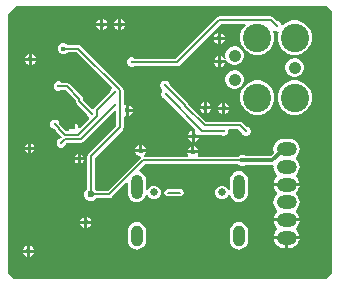
<source format=gbl>
G04*
G04 #@! TF.GenerationSoftware,Altium Limited,Altium Designer,24.2.2 (26)*
G04*
G04 Layer_Physical_Order=2*
G04 Layer_Color=16711680*
%FSLAX25Y25*%
%MOIN*%
G70*
G04*
G04 #@! TF.SameCoordinates,0C852235-8BC0-4ED4-A074-6CA5B6053031*
G04*
G04*
G04 #@! TF.FilePolarity,Positive*
G04*
G01*
G75*
%ADD14C,0.00787*%
%ADD15C,0.01181*%
%ADD54C,0.00800*%
%ADD55C,0.00600*%
%ADD62C,0.09449*%
%ADD63C,0.04201*%
%ADD64O,0.06693X0.04724*%
%ADD65O,0.03937X0.08268*%
%ADD66C,0.02559*%
%ADD67O,0.03937X0.07087*%
%ADD68C,0.05906*%
%ADD69C,0.01181*%
%ADD70C,0.01772*%
%ADD71C,0.02362*%
G36*
X109055Y90945D02*
X109055Y3543D01*
X107087Y1575D01*
X3150Y1575D01*
X1181Y3543D01*
Y89764D01*
X3937Y92520D01*
X107480D01*
X109055Y90945D01*
D02*
G37*
%LPC*%
G36*
X38846Y88291D02*
Y86957D01*
X40181D01*
X39945Y87525D01*
X39415Y88055D01*
X38846Y88291D01*
D02*
G37*
G36*
X37846D02*
X37278Y88055D01*
X36748Y87525D01*
X36512Y86957D01*
X37846D01*
Y88291D01*
D02*
G37*
G36*
X32941D02*
Y86957D01*
X34275D01*
X34040Y87525D01*
X33509Y88055D01*
X32941Y88291D01*
D02*
G37*
G36*
X31941D02*
X31373Y88055D01*
X30842Y87525D01*
X30607Y86957D01*
X31941D01*
Y88291D01*
D02*
G37*
G36*
X40181Y85957D02*
X38846D01*
Y84623D01*
X39415Y84858D01*
X39945Y85388D01*
X40181Y85957D01*
D02*
G37*
G36*
X37846D02*
X36512D01*
X36748Y85388D01*
X37278Y84858D01*
X37846Y84623D01*
Y85957D01*
D02*
G37*
G36*
X34275D02*
X32941D01*
Y84623D01*
X33509Y84858D01*
X34040Y85388D01*
X34275Y85957D01*
D02*
G37*
G36*
X31941D02*
X30607D01*
X30842Y85388D01*
X31373Y84858D01*
X31941Y84623D01*
Y85957D01*
D02*
G37*
G36*
X72075Y83684D02*
Y82350D01*
X73409D01*
X73173Y82919D01*
X72643Y83449D01*
X72075Y83684D01*
D02*
G37*
G36*
X71075D02*
X70507Y83449D01*
X69976Y82919D01*
X69741Y82350D01*
X71075D01*
Y83684D01*
D02*
G37*
G36*
X73409Y81350D02*
X72075D01*
Y80016D01*
X72643Y80252D01*
X73173Y80782D01*
X73409Y81350D01*
D02*
G37*
G36*
X71075D02*
X69741D01*
X69976Y80782D01*
X70507Y80252D01*
X71075Y80016D01*
Y81350D01*
D02*
G37*
G36*
X88779Y89196D02*
X88779Y89196D01*
X71640D01*
X71180Y89105D01*
X70789Y88844D01*
X70789Y88844D01*
X57047Y75102D01*
X43447D01*
X43303Y75246D01*
X42718Y75488D01*
X42085D01*
X41501Y75246D01*
X41053Y74799D01*
X40811Y74214D01*
Y73581D01*
X41053Y72997D01*
X41501Y72549D01*
X42085Y72307D01*
X42718D01*
X43303Y72549D01*
X43447Y72693D01*
X57546D01*
X57546Y72693D01*
X58007Y72785D01*
X58398Y73046D01*
X72139Y86788D01*
X80131D01*
X80338Y86288D01*
X79652Y85602D01*
X78898Y84296D01*
X78508Y82840D01*
Y81333D01*
X78898Y79877D01*
X79652Y78572D01*
X80717Y77506D01*
X82023Y76752D01*
X83479Y76362D01*
X84986D01*
X86442Y76752D01*
X87747Y77506D01*
X88813Y78572D01*
X89567Y79877D01*
X89957Y81333D01*
Y82840D01*
X89568Y84291D01*
X89619Y84361D01*
X89950Y84633D01*
X90432Y84433D01*
X90921D01*
X91242Y84127D01*
X91318Y83997D01*
X91008Y82840D01*
Y81333D01*
X91398Y79877D01*
X92152Y78572D01*
X93217Y77506D01*
X94523Y76752D01*
X95979Y76362D01*
X97486D01*
X98942Y76752D01*
X100247Y77506D01*
X101313Y78572D01*
X102067Y79877D01*
X102457Y81333D01*
Y82840D01*
X102067Y84296D01*
X101313Y85602D01*
X100247Y86667D01*
X98942Y87421D01*
X97486Y87811D01*
X95979D01*
X94523Y87421D01*
X93217Y86667D01*
X92800Y86250D01*
X92293Y86450D01*
X92096Y86925D01*
X91649Y87372D01*
X91064Y87614D01*
X90860D01*
X89631Y88844D01*
X89240Y89105D01*
X88779Y89196D01*
D02*
G37*
G36*
X9122Y76677D02*
Y75343D01*
X10456D01*
X10221Y75911D01*
X9690Y76441D01*
X9122Y76677D01*
D02*
G37*
G36*
X8122D02*
X7554Y76441D01*
X7023Y75911D01*
X6788Y75343D01*
X8122D01*
Y76677D01*
D02*
G37*
G36*
X77140Y79187D02*
X76324D01*
X75536Y78976D01*
X74829Y78567D01*
X74251Y77990D01*
X73843Y77283D01*
X73632Y76495D01*
Y75678D01*
X73773Y75153D01*
X73787Y75100D01*
X73312Y74938D01*
X73252Y75084D01*
X72722Y75615D01*
X72154Y75850D01*
Y74516D01*
X73574D01*
X73952Y74702D01*
X73979Y74654D01*
X74251Y74183D01*
X74829Y73606D01*
X75536Y73198D01*
X76324Y72986D01*
X77140D01*
X77929Y73198D01*
X78636Y73606D01*
X79213Y74183D01*
X79621Y74890D01*
X79833Y75678D01*
Y76495D01*
X79621Y77283D01*
X79213Y77990D01*
X78636Y78567D01*
X77929Y78976D01*
X77140Y79187D01*
D02*
G37*
G36*
X71153Y75850D02*
X70585Y75615D01*
X70055Y75084D01*
X69819Y74516D01*
X71153D01*
Y75850D01*
D02*
G37*
G36*
X10456Y74343D02*
X9122D01*
Y73008D01*
X9690Y73244D01*
X10221Y73774D01*
X10456Y74343D01*
D02*
G37*
G36*
X8122D02*
X6788D01*
X7023Y73774D01*
X7554Y73244D01*
X8122Y73008D01*
Y74343D01*
D02*
G37*
G36*
X73488Y73516D02*
X72154D01*
Y72182D01*
X72722Y72417D01*
X73252Y72948D01*
X73488Y73516D01*
D02*
G37*
G36*
X71153D02*
X69819D01*
X70055Y72948D01*
X70585Y72417D01*
X71153Y72182D01*
Y73516D01*
D02*
G37*
G36*
X97140Y75187D02*
X96324D01*
X95536Y74976D01*
X94829Y74568D01*
X94251Y73990D01*
X93843Y73283D01*
X93632Y72495D01*
Y71678D01*
X93843Y70890D01*
X94251Y70183D01*
X94829Y69606D01*
X95536Y69197D01*
X96324Y68986D01*
X97140D01*
X97929Y69197D01*
X98636Y69606D01*
X99213Y70183D01*
X99621Y70890D01*
X99833Y71678D01*
Y72495D01*
X99621Y73283D01*
X99213Y73990D01*
X98636Y74568D01*
X97929Y74976D01*
X97140Y75187D01*
D02*
G37*
G36*
X77140Y71187D02*
X76324D01*
X75536Y70976D01*
X74829Y70568D01*
X74251Y69990D01*
X73843Y69283D01*
X73632Y68495D01*
Y67678D01*
X73843Y66890D01*
X74251Y66183D01*
X74829Y65606D01*
X75536Y65197D01*
X76324Y64986D01*
X77140D01*
X77929Y65197D01*
X78636Y65606D01*
X79213Y66183D01*
X79621Y66890D01*
X79833Y67678D01*
Y68495D01*
X79621Y69283D01*
X79213Y69990D01*
X78636Y70568D01*
X77929Y70976D01*
X77140Y71187D01*
D02*
G37*
G36*
X67429Y60496D02*
Y59161D01*
X68763D01*
X68528Y59730D01*
X67997Y60260D01*
X67429Y60496D01*
D02*
G37*
G36*
X66429D02*
X65861Y60260D01*
X65330Y59730D01*
X65095Y59161D01*
X66429D01*
Y60496D01*
D02*
G37*
G36*
X73492Y60338D02*
Y59004D01*
X74826D01*
X74591Y59572D01*
X74060Y60103D01*
X73492Y60338D01*
D02*
G37*
G36*
X72492D02*
X71924Y60103D01*
X71393Y59572D01*
X71158Y59004D01*
X72492D01*
Y60338D01*
D02*
G37*
G36*
X41366Y59669D02*
Y58335D01*
X42700D01*
X42465Y58903D01*
X41934Y59433D01*
X41366Y59669D01*
D02*
G37*
G36*
X19981Y80350D02*
X19231D01*
X18538Y80063D01*
X18008Y79533D01*
X17720Y78840D01*
Y78089D01*
X18008Y77396D01*
X18538Y76866D01*
X19231Y76579D01*
X19981D01*
X20674Y76866D01*
X21069Y77260D01*
X21289D01*
X21487Y77221D01*
X21487Y77221D01*
X24133D01*
X35890Y65463D01*
X35831Y65167D01*
X35384Y64720D01*
X35142Y64135D01*
Y63931D01*
X30054Y58844D01*
X29793Y58453D01*
X29792Y58446D01*
X29503Y58292D01*
X29249Y58281D01*
X26077Y61453D01*
Y61691D01*
X26077Y61691D01*
X25985Y62152D01*
X25724Y62542D01*
X21538Y66729D01*
X21147Y66990D01*
X20686Y67081D01*
X20686Y67081D01*
X18969D01*
X18825Y67225D01*
X18241Y67468D01*
X17608D01*
X17023Y67225D01*
X16576Y66778D01*
X16334Y66193D01*
Y65561D01*
X16576Y64976D01*
X17023Y64529D01*
X17608Y64287D01*
X18241D01*
X18825Y64529D01*
X18969Y64673D01*
X20187D01*
X23668Y61192D01*
Y60954D01*
X23668Y60954D01*
X23760Y60494D01*
X24021Y60103D01*
X27501Y56623D01*
Y56334D01*
X27743Y55750D01*
X28014Y55478D01*
X28088Y54845D01*
X25122Y51879D01*
X24622Y52086D01*
Y52285D01*
X24380Y52869D01*
X23933Y53317D01*
X23531Y53483D01*
Y51968D01*
X23031D01*
Y51468D01*
X21517D01*
X21546Y51399D01*
X21212Y50899D01*
X20647D01*
X19225Y52320D01*
X19218Y52355D01*
X18958Y52746D01*
X18958Y52746D01*
X18244Y53459D01*
Y53663D01*
X18002Y54247D01*
X17555Y54695D01*
X16970Y54937D01*
X16337D01*
X15753Y54695D01*
X15305Y54247D01*
X15063Y53663D01*
Y53030D01*
X15305Y52446D01*
X15753Y51998D01*
X16337Y51756D01*
X16541D01*
X16986Y51310D01*
X16993Y51276D01*
X17254Y50885D01*
X19127Y49013D01*
X18795Y48638D01*
X18621D01*
X18036Y48396D01*
X17589Y47948D01*
X17346Y47364D01*
Y46731D01*
X17589Y46146D01*
X18036Y45699D01*
X18621Y45457D01*
X19253D01*
X19838Y45699D01*
X20285Y46146D01*
X20528Y46731D01*
Y46935D01*
X20696Y47103D01*
X25419D01*
X25419Y47103D01*
X25880Y47194D01*
X26270Y47455D01*
X36800Y57985D01*
X37156Y57947D01*
X37300Y57850D01*
Y52711D01*
X27928Y43340D01*
X27667Y42949D01*
X27575Y42488D01*
X27575Y42488D01*
Y31744D01*
X27544Y31731D01*
X26930Y31117D01*
X26598Y30316D01*
Y29448D01*
X26930Y28646D01*
X27544Y28033D01*
X28346Y27701D01*
X29213D01*
X30015Y28033D01*
X30629Y28646D01*
X30641Y28678D01*
X34896D01*
X34896Y28678D01*
X35357Y28769D01*
X35748Y29030D01*
X40640Y33923D01*
X41102Y33731D01*
Y30297D01*
X41204Y29522D01*
X41503Y28800D01*
X41979Y28180D01*
X42599Y27704D01*
X43321Y27405D01*
X44096Y27303D01*
X44871Y27405D01*
X45593Y27704D01*
X46213Y28180D01*
X46689Y28800D01*
X46988Y29522D01*
X47020Y29763D01*
X47533Y29831D01*
X47793Y29202D01*
X48435Y28561D01*
X49273Y28214D01*
X50179D01*
X51017Y28561D01*
X51658Y29202D01*
X52005Y30040D01*
Y30947D01*
X51658Y31785D01*
X51017Y32426D01*
X50179Y32773D01*
X49273D01*
X48435Y32426D01*
X47793Y31785D01*
X47590Y31294D01*
X47090Y31394D01*
Y34628D01*
X46988Y35403D01*
X46689Y36125D01*
X46213Y36745D01*
X45593Y37220D01*
X44923Y37498D01*
X44756Y37858D01*
X44710Y37993D01*
X46694Y39977D01*
X77829D01*
X78223Y39582D01*
X78916Y39295D01*
X79666D01*
X80360Y39582D01*
X80553Y39776D01*
X89231D01*
X89386Y39730D01*
X89691Y39444D01*
X89636Y39028D01*
X89752Y38150D01*
X90091Y37332D01*
X90630Y36630D01*
X90942Y36390D01*
Y35760D01*
X90630Y35520D01*
X90091Y34818D01*
X89752Y34000D01*
X89702Y33622D01*
X94012D01*
X98321D01*
X98272Y34000D01*
X97933Y34818D01*
X97394Y35520D01*
X97082Y35760D01*
Y36390D01*
X97394Y36630D01*
X97933Y37332D01*
X98272Y38150D01*
X98387Y39028D01*
X98272Y39905D01*
X97933Y40723D01*
X97394Y41425D01*
X97082Y41665D01*
Y42295D01*
X97394Y42535D01*
X97933Y43238D01*
X98272Y44055D01*
X98387Y44933D01*
X98272Y45811D01*
X97933Y46629D01*
X97394Y47331D01*
X96692Y47870D01*
X95874Y48209D01*
X94996Y48324D01*
X93028D01*
X92150Y48209D01*
X91332Y47870D01*
X90630Y47331D01*
X90091Y46629D01*
X89752Y45811D01*
X89636Y44933D01*
X89752Y44055D01*
X89872Y43765D01*
X88694Y42586D01*
X80553D01*
X80360Y42780D01*
X79666Y43067D01*
X78916D01*
X78223Y42780D01*
X77829Y42385D01*
X64539D01*
X64332Y42885D01*
X64394Y42948D01*
X64629Y43516D01*
X60961D01*
X61197Y42948D01*
X61259Y42885D01*
X61052Y42385D01*
X46650D01*
X46572Y42533D01*
X46497Y42885D01*
X46953Y43341D01*
X47188Y43909D01*
X43520D01*
X43756Y43341D01*
X44286Y42811D01*
X44979Y42524D01*
X45179D01*
X45334Y42062D01*
X45335Y42024D01*
X34397Y31086D01*
X30641D01*
X30629Y31117D01*
X30015Y31731D01*
X29984Y31744D01*
Y41989D01*
X39355Y51361D01*
X39617Y51752D01*
X39708Y52213D01*
X39708Y52213D01*
Y55732D01*
X40208Y56066D01*
X40366Y56001D01*
Y57835D01*
Y59669D01*
X40208Y59603D01*
X39708Y59937D01*
Y64553D01*
X39617Y65014D01*
X39355Y65404D01*
X25483Y79277D01*
X25092Y79538D01*
X24632Y79629D01*
X24631Y79629D01*
X21645D01*
X21447Y79669D01*
X21447Y79669D01*
X21069D01*
X20674Y80063D01*
X19981Y80350D01*
D02*
G37*
G36*
X68763Y58161D02*
X67429D01*
Y56827D01*
X67997Y57063D01*
X68528Y57593D01*
X68763Y58161D01*
D02*
G37*
G36*
X66429D02*
X65095D01*
X65330Y57593D01*
X65861Y57063D01*
X66429Y56827D01*
Y58161D01*
D02*
G37*
G36*
X74826Y58004D02*
X73492D01*
Y56670D01*
X74060Y56905D01*
X74591Y57436D01*
X74826Y58004D01*
D02*
G37*
G36*
X72492D02*
X71158D01*
X71393Y57436D01*
X71924Y56905D01*
X72492Y56670D01*
Y58004D01*
D02*
G37*
G36*
X97486Y67811D02*
X95979D01*
X94523Y67421D01*
X93217Y66667D01*
X92152Y65601D01*
X91398Y64296D01*
X91008Y62840D01*
Y61333D01*
X91398Y59877D01*
X92152Y58572D01*
X93217Y57506D01*
X94523Y56752D01*
X95979Y56362D01*
X97486D01*
X98942Y56752D01*
X100247Y57506D01*
X101313Y58572D01*
X102067Y59877D01*
X102457Y61333D01*
Y62840D01*
X102067Y64296D01*
X101313Y65601D01*
X100247Y66667D01*
X98942Y67421D01*
X97486Y67811D01*
D02*
G37*
G36*
X84986D02*
X83479D01*
X82023Y67421D01*
X80717Y66667D01*
X79652Y65601D01*
X78898Y64296D01*
X78508Y62840D01*
Y61333D01*
X78898Y59877D01*
X79652Y58572D01*
X80717Y57506D01*
X82023Y56752D01*
X83479Y56362D01*
X84986D01*
X86442Y56752D01*
X87747Y57506D01*
X88813Y58572D01*
X89567Y59877D01*
X89957Y61333D01*
Y62840D01*
X89567Y64296D01*
X88813Y65601D01*
X87747Y66667D01*
X86442Y67421D01*
X84986Y67811D01*
D02*
G37*
G36*
X42700Y57335D02*
X41366D01*
Y56001D01*
X41934Y56236D01*
X42465Y56766D01*
X42700Y57335D01*
D02*
G37*
G36*
X22532Y53483D02*
X22130Y53317D01*
X21683Y52869D01*
X21517Y52469D01*
X22532D01*
Y53483D01*
D02*
G37*
G36*
X62492Y51047D02*
X61924Y50811D01*
X61393Y50281D01*
X61158Y49713D01*
X62492D01*
Y51047D01*
D02*
G37*
G36*
X53860Y67732D02*
X53227D01*
X52642Y67490D01*
X52195Y67043D01*
X51953Y66458D01*
Y65825D01*
X52195Y65241D01*
X52521Y64915D01*
X52631Y64732D01*
X52550Y64290D01*
X52319Y64059D01*
X52077Y63475D01*
Y62842D01*
X52319Y62257D01*
X52767Y61810D01*
X53351Y61568D01*
X53555D01*
X63565Y51558D01*
X63492Y51388D01*
Y49713D01*
X65049D01*
X65294Y49891D01*
X65499Y49754D01*
X65960Y49662D01*
X65960Y49662D01*
X71947D01*
X72091Y49518D01*
X72676Y49276D01*
X73308D01*
X73893Y49518D01*
X74340Y49965D01*
X74583Y50550D01*
Y51183D01*
X74553Y51254D01*
X74831Y51670D01*
X77966D01*
X78882Y50754D01*
Y50550D01*
X79124Y49965D01*
X79571Y49518D01*
X80156Y49276D01*
X80789D01*
X81373Y49518D01*
X81821Y49965D01*
X82063Y50550D01*
Y51183D01*
X81821Y51767D01*
X81373Y52214D01*
X80789Y52457D01*
X80585D01*
X79316Y53725D01*
X78925Y53987D01*
X78465Y54078D01*
X78465Y54078D01*
X67192D01*
X61245Y60025D01*
X61007Y60381D01*
X61007Y60381D01*
X55134Y66254D01*
Y66458D01*
X54892Y67043D01*
X54444Y67490D01*
X53860Y67732D01*
D02*
G37*
G36*
X64826Y48713D02*
X63492D01*
Y47379D01*
X64060Y47614D01*
X64591Y48144D01*
X64826Y48713D01*
D02*
G37*
G36*
X62492D02*
X61158D01*
X61393Y48144D01*
X61924Y47614D01*
X62492Y47379D01*
Y48713D01*
D02*
G37*
G36*
X8846Y46751D02*
Y45736D01*
X9861D01*
X9695Y46137D01*
X9247Y46585D01*
X8846Y46751D01*
D02*
G37*
G36*
X7846D02*
X7446Y46585D01*
X6998Y46137D01*
X6832Y45736D01*
X7846D01*
Y46751D01*
D02*
G37*
G36*
X45854Y46244D02*
Y44909D01*
X47188D01*
X46953Y45478D01*
X46423Y46008D01*
X45854Y46244D01*
D02*
G37*
G36*
X44854D02*
X44286Y46008D01*
X43756Y45478D01*
X43520Y44909D01*
X44854D01*
Y46244D01*
D02*
G37*
G36*
X63295Y45850D02*
Y44516D01*
X64629D01*
X64394Y45084D01*
X63863Y45614D01*
X63295Y45850D01*
D02*
G37*
G36*
X62295D02*
X61727Y45614D01*
X61197Y45084D01*
X60961Y44516D01*
X62295D01*
Y45850D01*
D02*
G37*
G36*
X9861Y44736D02*
X8846D01*
Y43722D01*
X9247Y43888D01*
X9695Y44335D01*
X9861Y44736D01*
D02*
G37*
G36*
X7846D02*
X6832D01*
X6998Y44335D01*
X7446Y43888D01*
X7846Y43722D01*
Y44736D01*
D02*
G37*
G36*
X25343Y43207D02*
Y42193D01*
X26357D01*
X26191Y42594D01*
X25743Y43041D01*
X25343Y43207D01*
D02*
G37*
G36*
X24342D02*
X23942Y43041D01*
X23494Y42594D01*
X23328Y42193D01*
X24342D01*
Y43207D01*
D02*
G37*
G36*
X26357Y41193D02*
X25343D01*
Y40178D01*
X25743Y40345D01*
X26191Y40792D01*
X26357Y41193D01*
D02*
G37*
G36*
X24342D02*
X23328D01*
X23494Y40792D01*
X23942Y40345D01*
X24342Y40178D01*
Y41193D01*
D02*
G37*
G36*
X78112Y37622D02*
X77337Y37520D01*
X76615Y37220D01*
X75995Y36745D01*
X75519Y36125D01*
X75220Y35403D01*
X75118Y34628D01*
Y31394D01*
X74618Y31294D01*
X74414Y31785D01*
X73773Y32426D01*
X72935Y32773D01*
X72028D01*
X71191Y32426D01*
X70549Y31785D01*
X70202Y30947D01*
Y30040D01*
X70549Y29202D01*
X71191Y28561D01*
X72028Y28214D01*
X72935D01*
X73773Y28561D01*
X74414Y29202D01*
X74675Y29831D01*
X75188Y29763D01*
X75220Y29522D01*
X75519Y28800D01*
X75995Y28180D01*
X76615Y27704D01*
X77337Y27405D01*
X78112Y27303D01*
X78887Y27405D01*
X79609Y27704D01*
X80229Y28180D01*
X80705Y28800D01*
X81004Y29522D01*
X81106Y30297D01*
Y34628D01*
X81004Y35403D01*
X80705Y36125D01*
X80229Y36745D01*
X79609Y37220D01*
X78887Y37520D01*
X78112Y37622D01*
D02*
G37*
G36*
X58512Y31616D02*
X54512D01*
X54049Y31524D01*
X53656Y31262D01*
X53393Y30869D01*
X53301Y30406D01*
X53393Y29942D01*
X53656Y29549D01*
X54049Y29287D01*
X54512Y29195D01*
X58512D01*
X58975Y29287D01*
X59368Y29549D01*
X59630Y29942D01*
X59723Y30406D01*
X59630Y30869D01*
X59368Y31262D01*
X58975Y31524D01*
X58512Y31616D01*
D02*
G37*
G36*
X98321Y32622D02*
X94012D01*
X89702D01*
X89752Y32244D01*
X90091Y31426D01*
X90630Y30724D01*
X90942Y30484D01*
Y29854D01*
X90630Y29614D01*
X90091Y28912D01*
X89752Y28094D01*
X89636Y27217D01*
X89752Y26339D01*
X90091Y25521D01*
X90630Y24819D01*
X90942Y24579D01*
Y23949D01*
X90630Y23709D01*
X90091Y23007D01*
X89752Y22189D01*
X89702Y21811D01*
X94012D01*
X98321D01*
X98272Y22189D01*
X97933Y23007D01*
X97394Y23709D01*
X97082Y23949D01*
Y24579D01*
X97394Y24819D01*
X97933Y25521D01*
X98272Y26339D01*
X98387Y27217D01*
X98272Y28094D01*
X97933Y28912D01*
X97394Y29614D01*
X97082Y29854D01*
Y30484D01*
X97394Y30724D01*
X97933Y31426D01*
X98272Y32244D01*
X98321Y32622D01*
D02*
G37*
G36*
X27587Y22307D02*
Y20972D01*
X28921D01*
X28685Y21541D01*
X28155Y22071D01*
X27587Y22307D01*
D02*
G37*
G36*
X26587D02*
X26018Y22071D01*
X25488Y21541D01*
X25253Y20972D01*
X26587D01*
Y22307D01*
D02*
G37*
G36*
X28921Y19972D02*
X27587D01*
Y18638D01*
X28155Y18874D01*
X28685Y19404D01*
X28921Y19972D01*
D02*
G37*
G36*
X26587D02*
X25253D01*
X25488Y19404D01*
X26018Y18874D01*
X26587Y18638D01*
Y19972D01*
D02*
G37*
G36*
X98321Y20811D02*
X94012D01*
X89702D01*
X89752Y20433D01*
X90091Y19615D01*
X90630Y18913D01*
X90942Y18673D01*
Y18043D01*
X90630Y17804D01*
X90091Y17101D01*
X89752Y16283D01*
X89702Y15905D01*
X94012D01*
X98321D01*
X98272Y16283D01*
X97933Y17101D01*
X97394Y17804D01*
X97082Y18043D01*
Y18673D01*
X97394Y18913D01*
X97933Y19615D01*
X98272Y20433D01*
X98321Y20811D01*
D02*
G37*
G36*
Y14906D02*
X94512D01*
Y12014D01*
X94996D01*
X95874Y12130D01*
X96692Y12469D01*
X97394Y13008D01*
X97933Y13710D01*
X98272Y14528D01*
X98321Y14906D01*
D02*
G37*
G36*
X93512D02*
X89702D01*
X89752Y14528D01*
X90091Y13710D01*
X90630Y13008D01*
X91332Y12469D01*
X92150Y12130D01*
X93028Y12014D01*
X93512D01*
Y14906D01*
D02*
G37*
G36*
X8413Y12779D02*
Y11445D01*
X9747D01*
X9512Y12013D01*
X8982Y12544D01*
X8413Y12779D01*
D02*
G37*
G36*
X7413D02*
X6845Y12544D01*
X6315Y12013D01*
X6079Y11445D01*
X7413D01*
Y12779D01*
D02*
G37*
G36*
X78112Y20574D02*
X77337Y20472D01*
X76615Y20173D01*
X75995Y19697D01*
X75519Y19077D01*
X75220Y18355D01*
X75118Y17580D01*
Y14431D01*
X75220Y13656D01*
X75519Y12934D01*
X75995Y12314D01*
X76615Y11838D01*
X77337Y11539D01*
X78112Y11437D01*
X78887Y11539D01*
X79609Y11838D01*
X80229Y12314D01*
X80705Y12934D01*
X81004Y13656D01*
X81106Y14431D01*
Y17580D01*
X81004Y18355D01*
X80705Y19077D01*
X80229Y19697D01*
X79609Y20173D01*
X78887Y20472D01*
X78112Y20574D01*
D02*
G37*
G36*
X44096D02*
X43321Y20472D01*
X42599Y20173D01*
X41979Y19697D01*
X41503Y19077D01*
X41204Y18355D01*
X41102Y17580D01*
Y14431D01*
X41204Y13656D01*
X41503Y12934D01*
X41979Y12314D01*
X42599Y11838D01*
X43321Y11539D01*
X44096Y11437D01*
X44871Y11539D01*
X45593Y11838D01*
X46213Y12314D01*
X46689Y12934D01*
X46988Y13656D01*
X47090Y14431D01*
Y17580D01*
X46988Y18355D01*
X46689Y19077D01*
X46213Y19697D01*
X45593Y20173D01*
X44871Y20472D01*
X44096Y20574D01*
D02*
G37*
G36*
X9747Y10445D02*
X8413D01*
Y9111D01*
X8982Y9346D01*
X9512Y9877D01*
X9747Y10445D01*
D02*
G37*
G36*
X7413D02*
X6079D01*
X6315Y9877D01*
X6845Y9346D01*
X7413Y9111D01*
Y10445D01*
D02*
G37*
%LPD*%
D14*
X65960Y50866D02*
X72992D01*
X53668Y63158D02*
X65960Y50866D01*
X78465Y52874D02*
X80472Y50866D01*
X24872Y60954D02*
X29092Y56735D01*
Y56651D02*
Y56735D01*
X24872Y60954D02*
Y61691D01*
X20148Y49694D02*
X24641D01*
X30906Y55959D01*
Y57992D01*
X36732Y63819D01*
X20686Y65877D02*
X24872Y61691D01*
X17924Y65877D02*
X20686D01*
X53543Y66142D02*
X60156Y59529D01*
Y59411D02*
X66693Y52874D01*
X60156Y59411D02*
Y59529D01*
X66693Y52874D02*
X78465D01*
X21487Y78425D02*
X24632D01*
X21447Y78465D02*
X21487Y78425D01*
X19606Y78465D02*
X21447D01*
X24632Y78425D02*
X38504Y64553D01*
Y52213D02*
Y64553D01*
X28780Y42488D02*
X38504Y52213D01*
X28780Y29882D02*
Y42488D01*
X25419Y48307D02*
X36725Y59613D01*
X16654Y53347D02*
X18106Y51894D01*
Y51737D02*
X20148Y49694D01*
X18106Y51737D02*
Y51894D01*
X20197Y48307D02*
X25419D01*
X28780Y29882D02*
X34896D01*
X46195Y41181D01*
X79291D01*
X18937Y47047D02*
X20197Y48307D01*
X88779Y87992D02*
X90748Y86024D01*
X71640Y87992D02*
X88779D01*
X57546Y73898D02*
X71640Y87992D01*
X42402Y73898D02*
X57546D01*
D15*
X89276Y41181D02*
X93028Y44933D01*
X79291Y41181D02*
X89276D01*
X93028Y44933D02*
X94012D01*
D54*
X54512Y30406D02*
X58512D01*
D55*
X19976Y55024D02*
X23031Y51968D01*
X8347Y45236D02*
Y47412D01*
X15958Y55024D01*
X19976D01*
D62*
X84232Y82087D02*
D03*
X96732D02*
D03*
Y62087D02*
D03*
X84232D02*
D03*
D63*
X96732Y72087D02*
D03*
X76732Y68087D02*
D03*
Y76087D02*
D03*
D64*
X94012Y21311D02*
D03*
Y27217D02*
D03*
Y33122D02*
D03*
Y39028D02*
D03*
Y44933D02*
D03*
Y15405D02*
D03*
D65*
X78112Y32462D02*
D03*
X44096D02*
D03*
D66*
X49726Y30494D02*
D03*
X72482D02*
D03*
D67*
X44096Y16005D02*
D03*
X78112D02*
D03*
D68*
X5906Y5118D02*
D03*
X104331D02*
D03*
Y87795D02*
D03*
X5906D02*
D03*
D69*
X72992Y50866D02*
D03*
X80472D02*
D03*
X29092Y56651D02*
D03*
X53543Y66142D02*
D03*
X53668Y63158D02*
D03*
X24843Y41693D02*
D03*
X36725Y59613D02*
D03*
X36732Y63819D02*
D03*
X16654Y53347D02*
D03*
X23031Y51968D02*
D03*
X8347Y45236D02*
D03*
X17924Y65877D02*
D03*
X18937Y47047D02*
D03*
X90748Y86024D02*
D03*
X42402Y73898D02*
D03*
D70*
X45354Y44409D02*
D03*
X8622Y74843D02*
D03*
X32441Y86457D02*
D03*
X38346D02*
D03*
X71653Y74016D02*
D03*
X71575Y81850D02*
D03*
X19606Y78465D02*
D03*
X40866Y57835D02*
D03*
X72992Y58504D02*
D03*
X66929Y58661D02*
D03*
X62992Y49213D02*
D03*
X62795Y44016D02*
D03*
X7913Y10945D02*
D03*
X27087Y20472D02*
D03*
X79291Y41181D02*
D03*
D71*
X28780Y29882D02*
D03*
M02*

</source>
